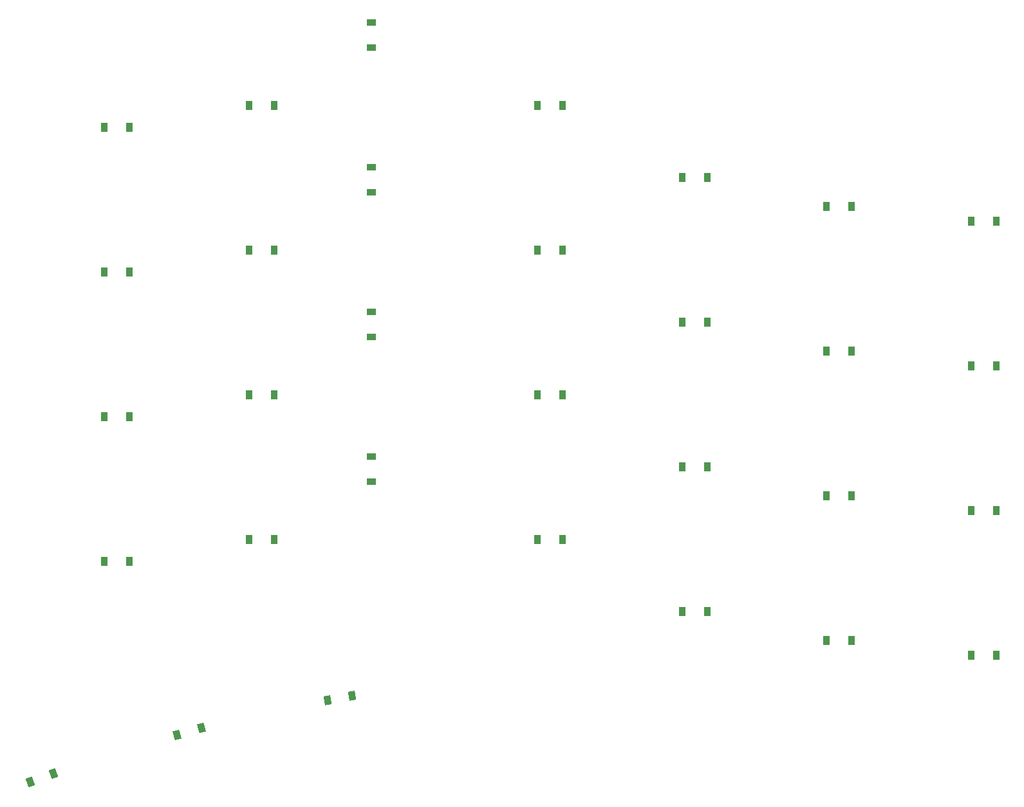
<source format=gbr>
%TF.GenerationSoftware,KiCad,Pcbnew,9.0.3-1.fc42*%
%TF.CreationDate,2025-08-21T15:19:56+02:00*%
%TF.ProjectId,right,72696768-742e-46b6-9963-61645f706362,v1.0.0*%
%TF.SameCoordinates,Original*%
%TF.FileFunction,Paste,Top*%
%TF.FilePolarity,Positive*%
%FSLAX46Y46*%
G04 Gerber Fmt 4.6, Leading zero omitted, Abs format (unit mm)*
G04 Created by KiCad (PCBNEW 9.0.3-1.fc42) date 2025-08-21 15:19:56*
%MOMM*%
%LPD*%
G01*
G04 APERTURE LIST*
G04 Aperture macros list*
%AMRotRect*
0 Rectangle, with rotation*
0 The origin of the aperture is its center*
0 $1 length*
0 $2 width*
0 $3 Rotation angle, in degrees counterclockwise*
0 Add horizontal line*
21,1,$1,$2,0,0,$3*%
G04 Aperture macros list end*
%ADD10R,0.900000X1.200000*%
%ADD11RotRect,0.900000X1.200000X10.000000*%
%ADD12RotRect,0.900000X1.200000X15.000000*%
%ADD13R,1.200000X0.900000*%
%ADD14RotRect,0.900000X1.200000X20.000000*%
G04 APERTURE END LIST*
D10*
%TO.C,D17*%
X279350000Y-189260000D03*
X282650000Y-189260000D03*
%TD*%
D11*
%TO.C,D25*%
X289681484Y-210433154D03*
X292931350Y-209860116D03*
%TD*%
D12*
%TO.C,D26*%
X269892665Y-214967667D03*
X273080221Y-214113567D03*
%TD*%
D10*
%TO.C,D24*%
X260350000Y-134967500D03*
X263650000Y-134967500D03*
%TD*%
%TO.C,D9*%
X336350000Y-198785000D03*
X339650000Y-198785000D03*
%TD*%
%TO.C,D11*%
X336350000Y-160685000D03*
X339650000Y-160685000D03*
%TD*%
%TO.C,D2*%
X374350000Y-185450000D03*
X377650000Y-185450000D03*
%TD*%
%TO.C,D23*%
X260350000Y-154017500D03*
X263650000Y-154017500D03*
%TD*%
D13*
%TO.C,D28*%
X295500000Y-178347500D03*
X295500000Y-181647500D03*
%TD*%
D10*
%TO.C,D6*%
X355350000Y-183545000D03*
X358650000Y-183545000D03*
%TD*%
D13*
%TO.C,D30*%
X295500000Y-140247500D03*
X295500000Y-143547500D03*
%TD*%
D10*
%TO.C,D8*%
X355350000Y-145445000D03*
X358650000Y-145445000D03*
%TD*%
%TO.C,D3*%
X374350000Y-166400000D03*
X377650000Y-166400000D03*
%TD*%
%TO.C,D22*%
X260350000Y-173067500D03*
X263650000Y-173067500D03*
%TD*%
D13*
%TO.C,D31*%
X295500000Y-121197500D03*
X295500000Y-124497500D03*
%TD*%
D10*
%TO.C,D20*%
X279350000Y-132110000D03*
X282650000Y-132110000D03*
%TD*%
%TO.C,D10*%
X336350000Y-179735000D03*
X339650000Y-179735000D03*
%TD*%
D13*
%TO.C,D29*%
X295500000Y-159297500D03*
X295500000Y-162597500D03*
%TD*%
D10*
%TO.C,D13*%
X317350000Y-189260000D03*
X320650000Y-189260000D03*
%TD*%
%TO.C,D18*%
X279350000Y-170210000D03*
X282650000Y-170210000D03*
%TD*%
%TO.C,D12*%
X336350000Y-141635000D03*
X339650000Y-141635000D03*
%TD*%
%TO.C,D21*%
X260350000Y-192117500D03*
X263650000Y-192117500D03*
%TD*%
%TO.C,D14*%
X317350000Y-170210000D03*
X320650000Y-170210000D03*
%TD*%
%TO.C,D19*%
X279350000Y-151160000D03*
X282650000Y-151160000D03*
%TD*%
%TO.C,D7*%
X355350000Y-164495000D03*
X358650000Y-164495000D03*
%TD*%
%TO.C,D5*%
X355350000Y-202595000D03*
X358650000Y-202595000D03*
%TD*%
%TO.C,D15*%
X317350000Y-151160000D03*
X320650000Y-151160000D03*
%TD*%
%TO.C,D1*%
X374350000Y-204500000D03*
X377650000Y-204500000D03*
%TD*%
%TO.C,D4*%
X374350000Y-147350000D03*
X377650000Y-147350000D03*
%TD*%
D14*
%TO.C,D27*%
X250574359Y-221209637D03*
X253675345Y-220080971D03*
%TD*%
D10*
%TO.C,D16*%
X317350000Y-132110000D03*
X320650000Y-132110000D03*
%TD*%
M02*

</source>
